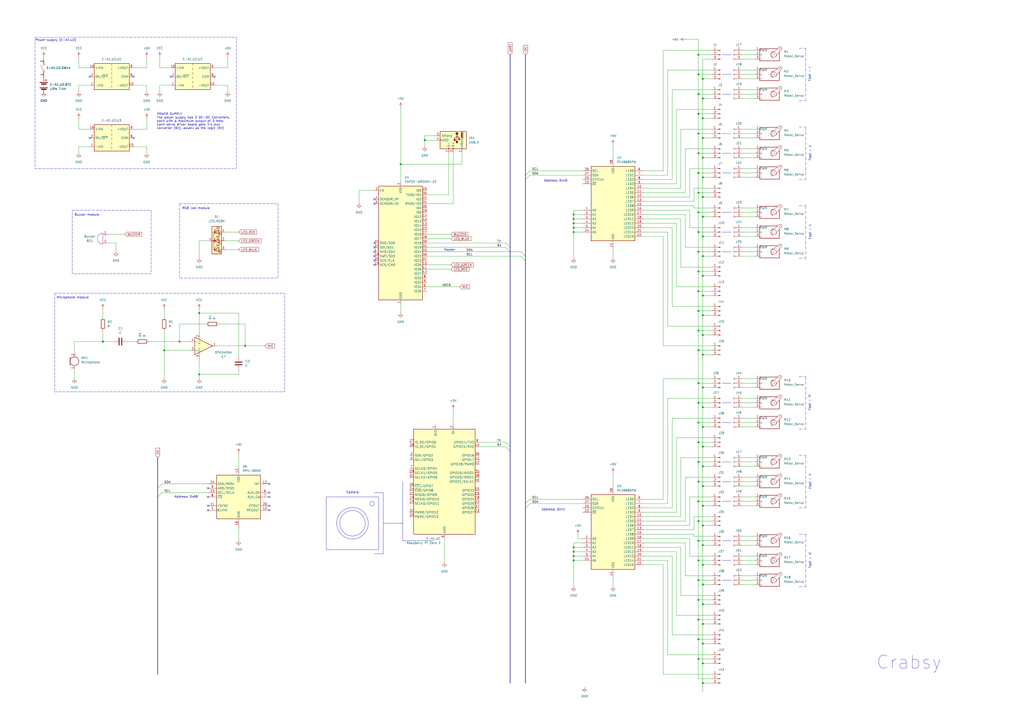
<source format=kicad_sch>
(kicad_sch (version 20231120) (generator "eeschema") (generator_version "8.0")
  (paper "A2")
  (title_block (title "Crabsy Electronics") (date "2025-05-22") (rev "0.2.0") (company "ZVV2"))
  (junction (at 142.24 200.66))
  (junction (at 332.74 325.12))
  (junction (at 405.13 382.27))
  (junction (at 332.74 124.46))
  (junction (at 407.67 259.08))
  (junction (at 407.67 236.22))
  (junction (at 405.13 43.18))
  (junction (at 407.67 396.24))
  (junction (at 407.67 247.65))
  (junction (at 405.13 203.2))
  (junction (at 407.67 205.74))
  (junction (at 405.13 336.55))
  (junction (at 405.13 325.12))
  (junction (at 405.13 77.47))
  (junction (at 405.13 100.33))
  (junction (at 407.67 125.73))
  (junction (at 407.67 373.38))
  (junction (at 407.67 316.23))
  (junction (at 405.13 302.26))
  (junction (at 405.13 359.41))
  (junction (at 115.57 181.61))
  (junction (at 407.67 194.31))
  (junction (at 405.13 111.76))
  (junction (at 115.57 217.17))
  (junction (at 405.13 256.54))
  (junction (at 332.74 127))
  (junction (at 405.13 31.75))
  (junction (at 407.67 68.58))
  (junction (at 95.25 203.2))
  (junction (at 104.14 198.12))
  (junction (at 246.38 81.28))
  (junction (at 407.67 350.52))
  (junction (at 405.13 66.04))
  (junction (at 332.74 134.62))
  (junction (at 405.13 290.83))
  (junction (at 405.13 123.19))
  (junction (at 407.67 57.15))
  (junction (at 407.67 102.87))
  (junction (at 407.67 137.16))
  (junction (at 405.13 245.11))
  (junction (at 407.67 171.45))
  (junction (at 405.13 180.34))
  (junction (at 407.67 304.8))
  (junction (at 407.67 160.02))
  (junction (at 405.13 233.68))
  (junction (at 405.13 157.48))
  (junction (at 405.13 146.05))
  (junction (at 407.67 114.3))
  (junction (at 407.67 339.09))
  (junction (at 332.74 322.58))
  (junction (at 405.13 88.9))
  (junction (at 332.74 320.04))
  (junction (at 405.13 279.4))
  (junction (at 332.74 317.5))
  (junction (at 405.13 134.62))
  (junction (at 407.67 80.01))
  (junction (at 405.13 370.84))
  (junction (at 407.67 91.44))
  (junction (at 407.67 224.79))
  (junction (at 405.13 222.25))
  (junction (at 59.69 198.12))
  (junction (at 332.74 129.54))
  (junction (at 407.67 293.37))
  (junction (at 405.13 267.97))
  (junction (at 405.13 191.77))
  (junction (at 405.13 168.91))
  (junction (at 407.67 270.51))
  (junction (at 405.13 54.61))
  (junction (at 407.67 384.81))
  (junction (at 407.67 281.94))
  (junction (at 407.67 327.66))
  (junction (at 407.67 148.59))
  (junction (at 407.67 182.88))
  (junction (at 407.67 361.95))
  (junction (at 405.13 347.98))
  (junction (at 332.74 132.08))
  (junction (at 407.67 45.72))
  (junction (at 232.41 95.25))
  (junction (at 405.13 313.69))
  (no_connect (at 217.17 140.97))
  (no_connect (at 52.07 44.45))
  (no_connect (at 156.21 295.91))
  (no_connect (at 217.17 151.13))
  (no_connect (at 217.17 146.05))
  (no_connect (at 52.07 80.01))
  (no_connect (at 120.65 295.91))
  (no_connect (at 217.17 118.11))
  (no_connect (at 77.47 44.45))
  (no_connect (at 77.47 80.01))
  (no_connect (at 217.17 115.57))
  (no_connect (at 217.17 143.51))
  (no_connect (at 99.06 44.45))
  (no_connect (at 156.21 280.67))
  (no_connect (at 156.21 288.29))
  (no_connect (at 217.17 153.67))
  (no_connect (at 156.21 285.75))
  (no_connect (at 120.65 293.37))
  (no_connect (at 217.17 148.59))
  (no_connect (at 156.21 293.37))
  (no_connect (at 120.65 283.21))
  (no_connect (at 120.65 288.29))
  (no_connect (at 124.46 44.45))
  (bus_entry (at 293.37 259.08) (size 2.54 2.54))
  (bus_entry (at 293.37 256.54) (size 2.54 2.54))
  (bus_entry (at 304.8 101.6) (size 2.54 -2.54))
  (bus_entry (at 302.26 146.05) (size 2.54 2.54))
  (bus_entry (at 304.8 292.1) (size 2.54 -2.54))
  (bus_entry (at 293.37 143.51) (size 2.54 2.54))
  (bus_entry (at 91.44 288.29) (size 2.54 -2.54))
  (bus_entry (at 304.8 294.64) (size 2.54 -2.54))
  (bus_entry (at 91.44 283.21) (size 2.54 -2.54))
  (bus_entry (at 293.37 140.97) (size 2.54 2.54))
  (bus_entry (at 304.8 104.14) (size 2.54 -2.54))
  (bus_entry (at 302.26 148.59) (size 2.54 2.54))
  (polyline (pts (xy 217.17 285.75) (xy 222.25 285.75)))
  (wire (pts (xy 115.57 181.61) (xy 115.57 193.04)))
  (wire (pts (xy 407.67 114.3) (xy 412.75 114.3)))
  (wire (pts (xy 405.13 267.97) (xy 405.13 279.4)))
  (wire (pts (xy 405.13 279.4) (xy 412.75 279.4)))
  (wire (pts (xy 246.38 81.28) (xy 246.38 85.09)))
  (wire (pts (xy 208.28 110.49) (xy 217.17 110.49)))
  (wire (pts (xy 402.59 119.38) (xy 402.59 120.65)))
  (wire (pts (xy 405.13 336.55) (xy 405.13 347.98)))
  (wire (pts (xy 278.13 259.08) (xy 293.37 259.08)))
  (wire (pts (xy 430.53 45.72) (xy 438.15 45.72)))
  (wire (pts (xy 405.13 290.83) (xy 412.75 290.83)))
  (wire (pts (xy 407.67 304.8) (xy 407.67 293.37)))
  (wire (pts (xy 247.65 143.51) (xy 293.37 143.51)))
  (wire (pts (xy 400.05 312.42) (xy 400.05 322.58)))
  (wire (pts (xy 405.13 77.47) (xy 412.75 77.47)))
  (wire (pts (xy 45.72 49.53) (xy 52.07 49.53)))
  (polyline (pts (xy 419.1 134.62) (xy 424.18 134.62)))
  (wire (pts (xy 405.13 22.86) (xy 405.13 31.75)))
  (polyline (pts (xy 419.1 146.05) (xy 424.18 146.05)))
  (wire (pts (xy 337.82 121.92) (xy 332.74 121.92)))
  (wire (pts (xy 405.13 245.11) (xy 405.13 256.54)))
  (bus (pts (xy 295.91 31.75) (xy 295.91 143.51)))
  (wire (pts (xy 405.13 203.2) (xy 405.13 222.25)))
  (wire (pts (xy 430.53 276.86) (xy 438.15 276.86)))
  (wire (pts (xy 407.67 45.72) (xy 407.67 34.29)))
  (wire (pts (xy 332.74 129.54) (xy 337.82 129.54)))
  (wire (pts (xy 130.81 139.7) (xy 138.43 139.7)))
  (wire (pts (xy 402.59 120.65) (xy 412.75 120.65)))
  (polyline (pts (xy 463.55 149.86) (xy 467.36 149.86)) (stroke (width 0) (type dash_dot)))
  (wire (pts (xy 232.41 95.25) (xy 232.41 105.41)))
  (wire (pts (xy 387.35 325.12) (xy 387.35 379.73)))
  (wire (pts (xy 405.13 77.47) (xy 405.13 88.9)))
  (wire (pts (xy 407.67 182.88) (xy 412.75 182.88)))
  (wire (pts (xy 402.59 307.34) (xy 402.59 299.72)))
  (wire (pts (xy 430.53 80.01) (xy 438.15 80.01)))
  (wire (pts (xy 387.35 134.62) (xy 387.35 189.23)))
  (wire (pts (xy 332.74 132.08) (xy 332.74 134.62)))
  (wire (pts (xy 332.74 134.62) (xy 332.74 149.86)))
  (wire (pts (xy 93.98 285.75) (xy 120.65 285.75)))
  (wire (pts (xy 373.38 289.56) (xy 384.81 289.56)))
  (wire (pts (xy 43.18 214.63) (xy 43.18 219.71)))
  (wire (pts (xy 392.43 320.04) (xy 392.43 356.87)))
  (wire (pts (xy 232.41 62.23) (xy 232.41 95.25)))
  (wire (pts (xy 95.25 191.77) (xy 95.25 203.2)))
  (wire (pts (xy 407.67 327.66) (xy 407.67 316.23)))
  (wire (pts (xy 247.65 135.89) (xy 261.62 135.89)))
  (wire (pts (xy 405.13 168.91) (xy 412.75 168.91)))
  (wire (pts (xy 405.13 279.4) (xy 405.13 290.83)))
  (polyline (pts (xy 419.1 313.69) (xy 424.18 313.69)))
  (wire (pts (xy 405.13 313.69) (xy 412.75 313.69)))
  (wire (pts (xy 394.97 109.22) (xy 394.97 74.93)))
  (wire (pts (xy 115.57 179.07) (xy 115.57 181.61)))
  (wire (pts (xy 45.72 85.09) (xy 52.07 85.09)))
  (polyline (pts (xy 463.55 218.44) (xy 467.36 218.44)) (stroke (width 0) (type dash_dot)))
  (wire (pts (xy 257.81 312.42) (xy 257.81 326.39)))
  (wire (pts (xy 407.67 45.72) (xy 412.75 45.72)))
  (wire (pts (xy 405.13 336.55) (xy 412.75 336.55)))
  (polyline (pts (xy 419.1 222.25) (xy 424.18 222.25)))
  (polyline (pts (xy 463.55 73.66) (xy 467.36 73.66)) (stroke (width 0) (type dash_dot)))
  (wire (pts (xy 407.67 384.81) (xy 412.75 384.81)))
  (wire (pts (xy 405.13 256.54) (xy 405.13 267.97)))
  (polyline (pts (xy 467.36 119.38) (xy 467.36 149.86)) (stroke (width 0) (type dash_dot)))
  (wire (pts (xy 400.05 132.08) (xy 412.75 132.08)))
  (wire (pts (xy 402.59 116.84) (xy 402.59 109.22)))
  (wire (pts (xy 430.53 219.71) (xy 438.15 219.71)))
  (wire (pts (xy 246.38 81.28) (xy 252.73 81.28)))
  (wire (pts (xy 387.35 40.64) (xy 412.75 40.64)))
  (wire (pts (xy 43.18 198.12) (xy 59.69 198.12)))
  (wire (pts (xy 405.13 54.61) (xy 405.13 66.04)))
  (wire (pts (xy 407.67 160.02) (xy 412.75 160.02)))
  (wire (pts (xy 407.67 171.45) (xy 412.75 171.45)))
  (wire (pts (xy 405.13 66.04) (xy 412.75 66.04)))
  (wire (pts (xy 394.97 345.44) (xy 412.75 345.44)))
  (wire (pts (xy 405.13 290.83) (xy 405.13 302.26)))
  (wire (pts (xy 405.13 370.84) (xy 405.13 382.27)))
  (wire (pts (xy 407.67 91.44) (xy 412.75 91.44)))
  (wire (pts (xy 407.67 373.38) (xy 412.75 373.38)))
  (wire (pts (xy 389.89 368.3) (xy 412.75 368.3)))
  (wire (pts (xy 407.67 259.08) (xy 407.67 247.65)))
  (polyline (pts (xy 463.55 58.42) (xy 467.36 58.42)) (stroke (width 0) (type dash_dot)))
  (wire (pts (xy 332.74 127) (xy 332.74 129.54)))
  (wire (pts (xy 373.38 309.88) (xy 402.59 309.88)))
  (wire (pts (xy 85.09 85.09) (xy 77.47 85.09)))
  (wire (pts (xy 430.53 242.57) (xy 438.15 242.57)))
  (wire (pts (xy 387.35 101.6) (xy 387.35 40.64)))
  (wire (pts (xy 332.74 124.46) (xy 332.74 127)))
  (wire (pts (xy 387.35 379.73) (xy 412.75 379.73)))
  (wire (pts (xy 373.38 322.58) (xy 389.89 322.58)))
  (wire (pts (xy 332.74 121.92) (xy 332.74 124.46)))
  (wire (pts (xy 430.53 313.69) (xy 438.15 313.69)))
  (wire (pts (xy 405.13 43.18) (xy 405.13 54.61)))
  (wire (pts (xy 405.13 100.33) (xy 412.75 100.33)))
  (wire (pts (xy 59.69 198.12) (xy 66.04 198.12)))
  (wire (pts (xy 208.28 118.11) (xy 208.28 110.49)))
  (wire (pts (xy 400.05 288.29) (xy 412.75 288.29)))
  (wire (pts (xy 430.53 86.36) (xy 438.15 86.36)))
  (wire (pts (xy 407.67 361.95) (xy 412.75 361.95)))
  (wire (pts (xy 86.36 198.12) (xy 104.14 198.12)))
  (wire (pts (xy 405.13 347.98) (xy 412.75 347.98)))
  (wire (pts (xy 394.97 317.5) (xy 394.97 345.44)))
  (wire (pts (xy 25.4 54.61) (xy 25.4 53.34)))
  (wire (pts (xy 407.67 137.16) (xy 412.75 137.16)))
  (wire (pts (xy 407.67 236.22) (xy 412.75 236.22)))
  (wire (pts (xy 405.13 146.05) (xy 405.13 157.48)))
  (wire (pts (xy 407.67 194.31) (xy 407.67 182.88)))
  (polyline (pts (xy 463.55 248.92) (xy 467.36 248.92)) (stroke (width 0) (type dash_dot)))
  (wire (pts (xy 407.67 224.79) (xy 412.75 224.79)))
  (wire (pts (xy 407.67 247.65) (xy 412.75 247.65)))
  (wire (pts (xy 384.81 200.66) (xy 412.75 200.66)))
  (wire (pts (xy 307.34 99.06) (xy 337.82 99.06)))
  (wire (pts (xy 232.41 176.53) (xy 232.41 181.61)))
  (wire (pts (xy 45.72 68.58) (xy 45.72 74.93)))
  (wire (pts (xy 407.67 34.29) (xy 412.75 34.29)))
  (polyline (pts (xy 463.55 294.64) (xy 467.36 294.64)) (stroke (width 0) (type dash_dot)))
  (wire (pts (xy 394.97 299.72) (xy 394.97 265.43)))
  (wire (pts (xy 138.43 217.17) (xy 115.57 217.17)))
  (wire (pts (xy 430.53 148.59) (xy 438.15 148.59)))
  (wire (pts (xy 405.13 325.12) (xy 412.75 325.12)))
  (wire (pts (xy 430.53 134.62) (xy 438.15 134.62)))
  (bus (pts (xy 91.44 265.43) (xy 91.44 283.21)))
  (wire (pts (xy 400.05 322.58) (xy 412.75 322.58)))
  (wire (pts (xy 373.38 111.76) (xy 397.51 111.76)))
  (wire (pts (xy 430.53 125.73) (xy 438.15 125.73)))
  (wire (pts (xy 407.67 102.87) (xy 412.75 102.87)))
  (polyline (pts (xy 419.1 336.55) (xy 424.18 336.55)))
  (wire (pts (xy 397.51 86.36) (xy 412.75 86.36)))
  (wire (pts (xy 384.81 29.21) (xy 412.75 29.21)))
  (wire (pts (xy 407.67 401.32) (xy 407.67 396.24)))
  (wire (pts (xy 95.25 203.2) (xy 95.25 219.71)))
  (wire (pts (xy 407.67 350.52) (xy 407.67 339.09)))
  (wire (pts (xy 373.38 121.92) (xy 400.05 121.92)))
  (wire (pts (xy 332.74 129.54) (xy 332.74 132.08)))
  (wire (pts (xy 430.53 31.75) (xy 438.15 31.75)))
  (wire (pts (xy 405.13 43.18) (xy 412.75 43.18)))
  (wire (pts (xy 407.67 281.94) (xy 412.75 281.94)))
  (wire (pts (xy 125.73 200.66) (xy 142.24 200.66)))
  (wire (pts (xy 43.18 204.47) (xy 43.18 198.12)))
  (polyline (pts (xy 467.36 264.16) (xy 467.36 294.64)) (stroke (width 0) (type dash_dot)))
  (wire (pts (xy 405.13 134.62) (xy 405.13 146.05)))
  (wire (pts (xy 405.13 267.97) (xy 412.75 267.97)))
  (wire (pts (xy 85.09 49.53) (xy 77.47 49.53)))
  (polyline (pts (xy 463.55 104.14) (xy 467.36 104.14)) (stroke (width 0) (type dash_dot)))
  (wire (pts (xy 262.89 88.9) (xy 262.89 118.11)))
  (wire (pts (xy 130.81 144.78) (xy 138.43 144.78)))
  (wire (pts (xy 373.38 317.5) (xy 394.97 317.5)))
  (wire (pts (xy 142.24 200.66) (xy 153.67 200.66)))
  (wire (pts (xy 373.38 325.12) (xy 387.35 325.12)))
  (wire (pts (xy 132.08 39.37) (xy 132.08 33.02)))
  (wire (pts (xy 373.38 307.34) (xy 402.59 307.34)))
  (wire (pts (xy 373.38 320.04) (xy 392.43 320.04)))
  (wire (pts (xy 92.71 49.53) (xy 99.06 49.53)))
  (wire (pts (xy 405.13 203.2) (xy 412.75 203.2)))
  (wire (pts (xy 95.25 179.07) (xy 95.25 184.15)))
  (wire (pts (xy 430.53 281.94) (xy 438.15 281.94)))
  (wire (pts (xy 407.67 361.95) (xy 407.67 350.52)))
  (wire (pts (xy 392.43 254) (xy 412.75 254)))
  (wire (pts (xy 138.43 214.63) (xy 138.43 217.17)))
  (wire (pts (xy 67.31 140.97) (xy 62.23 140.97)))
  (wire (pts (xy 397.51 143.51) (xy 412.75 143.51)))
  (wire (pts (xy 373.38 124.46) (xy 397.51 124.46)))
  (polyline (pts (xy 419.1 43.18) (xy 424.18 43.18)))
  (wire (pts (xy 430.53 29.21) (xy 438.15 29.21)))
  (wire (pts (xy 405.13 347.98) (xy 405.13 359.41)))
  (bus (pts (xy 295.91 146.05) (xy 295.91 259.08)))
  (wire (pts (xy 332.74 325.12) (xy 332.74 340.36)))
  (wire (pts (xy 430.53 43.18) (xy 438.15 43.18)))
  (wire (pts (xy 430.53 236.22) (xy 438.15 236.22)))
  (wire (pts (xy 373.38 106.68) (xy 392.43 106.68)))
  (wire (pts (xy 402.59 311.15) (xy 412.75 311.15)))
  (wire (pts (xy 384.81 327.66) (xy 384.81 391.16)))
  (wire (pts (xy 138.43 306.07) (xy 138.43 313.69)))
  (wire (pts (xy 405.13 222.25) (xy 405.13 233.68)))
  (bus (pts (xy 295.91 259.08) (xy 295.91 261.62)))
  (wire (pts (xy 405.13 313.69) (xy 405.13 325.12)))
  (wire (pts (xy 115.57 149.86) (xy 115.57 139.7)))
  (wire (pts (xy 92.71 33.02) (xy 92.71 39.37)))
  (wire (pts (xy 430.53 339.09) (xy 438.15 339.09)))
  (polyline (pts (xy 217.17 321.31) (xy 222.25 321.31)))
  (wire (pts (xy 405.13 382.27) (xy 405.13 393.7)))
  (polyline (pts (xy 222.25 285.75) (xy 222.25 321.31)))
  (wire (pts (xy 124.46 39.37) (xy 132.08 39.37)))
  (wire (pts (xy 45.72 33.02) (xy 45.72 39.37)))
  (wire (pts (xy 392.43 106.68) (xy 392.43 63.5)))
  (wire (pts (xy 405.13 100.33) (xy 405.13 111.76)))
  (polyline (pts (xy 463.55 340.36) (xy 467.36 340.36)) (stroke (width 0) (type dash_dot)))
  (wire (pts (xy 407.67 396.24) (xy 407.67 384.81)))
  (bus (pts (xy 304.8 148.59) (xy 304.8 151.13)))
  (wire (pts (xy 405.13 168.91) (xy 405.13 180.34)))
  (wire (pts (xy 85.09 88.9) (xy 85.09 85.09)))
  (wire (pts (xy 402.59 109.22) (xy 412.75 109.22)))
  (wire (pts (xy 430.53 143.51) (xy 438.15 143.51)))
  (polyline (pts (xy 419.1 100.33) (xy 424.18 100.33)))
  (wire (pts (xy 389.89 52.07) (xy 412.75 52.07)))
  (polyline (pts (xy 463.55 27.94) (xy 467.36 27.94)) (stroke (width 0) (type dash_dot)))
  (wire (pts (xy 332.74 134.62) (xy 337.82 134.62)))
  (polyline (pts (xy 419.1 290.83) (xy 424.18 290.83)))
  (wire (pts (xy 246.38 78.74) (xy 252.73 78.74)))
  (wire (pts (xy 407.67 125.73) (xy 407.67 114.3)))
  (wire (pts (xy 407.67 316.23) (xy 412.75 316.23)))
  (wire (pts (xy 115.57 217.17) (xy 115.57 219.71)))
  (wire (pts (xy 405.13 191.77) (xy 405.13 203.2)))
  (wire (pts (xy 392.43 166.37) (xy 412.75 166.37)))
  (wire (pts (xy 430.53 316.23) (xy 438.15 316.23)))
  (wire (pts (xy 85.09 39.37) (xy 85.09 33.02)))
  (wire (pts (xy 332.74 322.58) (xy 332.74 325.12)))
  (wire (pts (xy 430.53 100.33) (xy 438.15 100.33)))
  (wire (pts (xy 430.53 336.55) (xy 438.15 336.55)))
  (wire (pts (xy 400.05 114.3) (xy 400.05 97.79)))
  (wire (pts (xy 355.6 335.28) (xy 355.6 340.36)))
  (wire (pts (xy 405.13 302.26) (xy 405.13 313.69)))
  (wire (pts (xy 407.67 125.73) (xy 412.75 125.73)))
  (wire (pts (xy 430.53 57.15) (xy 438.15 57.15)))
  (wire (pts (xy 407.67 259.08) (xy 412.75 259.08)))
  (wire (pts (xy 332.74 132.08) (xy 337.82 132.08)))
  (polyline (pts (xy 467.36 73.66) (xy 467.36 104.14)) (stroke (width 0) (type dash_dot)))
  (wire (pts (xy 407.67 80.01) (xy 412.75 80.01)))
  (wire (pts (xy 407.67 114.3) (xy 407.67 102.87)))
  (wire (pts (xy 407.67 205.74) (xy 407.67 224.79)))
  (wire (pts (xy 430.53 77.47) (xy 438.15 77.47)))
  (wire (pts (xy 387.35 189.23) (xy 412.75 189.23)))
  (wire (pts (xy 407.67 57.15) (xy 407.67 45.72)))
  (wire (pts (xy 384.81 219.71) (xy 412.75 219.71)))
  (wire (pts (xy 373.38 304.8) (xy 400.05 304.8)))
  (wire (pts (xy 247.65 138.43) (xy 261.62 138.43)))
  (wire (pts (xy 407.67 148.59) (xy 412.75 148.59)))
  (wire (pts (xy 430.53 231.14) (xy 438.15 231.14)))
  (wire (pts (xy 45.72 53.34) (xy 45.72 49.53)))
  (wire (pts (xy 430.53 52.07) (xy 438.15 52.07)))
  (polyline (pts (xy 463.55 264.16) (xy 467.36 264.16)) (stroke (width 0) (type dash_dot)))
  (wire (pts (xy 355.6 144.78) (xy 355.6 149.86)))
  (wire (pts (xy 373.38 134.62) (xy 387.35 134.62)))
  (wire (pts (xy 59.69 179.07) (xy 59.69 184.15)))
  (wire (pts (xy 262.89 237.49) (xy 262.89 246.38)))
  (wire (pts (xy 407.67 247.65) (xy 407.67 236.22)))
  (wire (pts (xy 247.65 166.37) (xy 266.7 166.37)))
  (wire (pts (xy 407.67 339.09) (xy 407.67 327.66)))
  (wire (pts (xy 430.53 270.51) (xy 438.15 270.51)))
  (wire (pts (xy 407.67 205.74) (xy 412.75 205.74)))
  (wire (pts (xy 332.74 127) (xy 337.82 127)))
  (wire (pts (xy 405.13 359.41) (xy 412.75 359.41)))
  (wire (pts (xy 389.89 242.57) (xy 412.75 242.57)))
  (wire (pts (xy 373.38 119.38) (xy 402.59 119.38)))
  (wire (pts (xy 373.38 299.72) (xy 394.97 299.72)))
  (wire (pts (xy 332.74 320.04) (xy 332.74 322.58)))
  (bus (pts (xy 304.8 104.14) (xy 304.8 148.59)))
  (wire (pts (xy 407.67 194.31) (xy 412.75 194.31)))
  (wire (pts (xy 430.53 311.15) (xy 438.15 311.15)))
  (wire (pts (xy 407.67 102.87) (xy 407.67 91.44)))
  (wire (pts (xy 405.13 191.77) (xy 412.75 191.77)))
  (wire (pts (xy 394.97 154.94) (xy 412.75 154.94)))
  (wire (pts (xy 373.38 302.26) (xy 397.51 302.26)))
  (wire (pts (xy 405.13 66.04) (xy 405.13 77.47)))
  (wire (pts (xy 332.74 320.04) (xy 337.82 320.04)))
  (wire (pts (xy 405.13 31.75) (xy 405.13 43.18)))
  (wire (pts (xy 394.97 265.43) (xy 412.75 265.43)))
  (wire (pts (xy 430.53 334.01) (xy 438.15 334.01)))
  (wire (pts (xy 405.13 88.9) (xy 412.75 88.9)))
  (wire (pts (xy 373.38 132.08) (xy 389.89 132.08)))
  (wire (pts (xy 400.05 121.92) (xy 400.05 132.08)))
  (wire (pts (xy 132.08 49.53) (xy 124.46 49.53)))
  (wire (pts (xy 373.38 137.16) (xy 384.81 137.16)))
  (wire (pts (xy 430.53 137.16) (xy 438.15 137.16)))
  (wire (pts (xy 430.53 123.19) (xy 438.15 123.19)))
  (wire (pts (xy 397.51 276.86) (xy 412.75 276.86)))
  (wire (pts (xy 355.6 274.32) (xy 355.6 281.94)))
  (polyline (pts (xy 419.1 123.19) (xy 424.18 123.19)))
  (wire (pts (xy 373.38 292.1) (xy 387.35 292.1)))
  (wire (pts (xy 407.67 182.88) (xy 407.67 171.45)))
  (wire (pts (xy 405.13 157.48) (xy 405.13 168.91)))
  (wire (pts (xy 92.71 53.34) (xy 92.71 49.53)))
  (polyline (pts (xy 419.1 325.12) (xy 424.18 325.12)))
  (bus (pts (xy 304.8 292.1) (xy 304.8 294.64)))
  (wire (pts (xy 430.53 146.05) (xy 438.15 146.05)))
  (wire (pts (xy 430.53 132.08) (xy 438.15 132.08)))
  (wire (pts (xy 247.65 140.97) (xy 293.37 140.97)))
  (polyline (pts (xy 419.1 245.11) (xy 424.18 245.11)))
  (wire (pts (xy 384.81 391.16) (xy 412.75 391.16)))
  (wire (pts (xy 405.13 370.84) (xy 412.75 370.84)))
  (wire (pts (xy 389.89 104.14) (xy 389.89 52.07)))
  (wire (pts (xy 405.13 233.68) (xy 405.13 245.11)))
  (wire (pts (xy 407.67 270.51) (xy 407.67 259.08)))
  (wire (pts (xy 402.59 309.88) (xy 402.59 311.15)))
  (polyline (pts (xy 419.1 77.47) (xy 424.18 77.47)))
  (wire (pts (xy 402.59 299.72) (xy 412.75 299.72)))
  (wire (pts (xy 332.74 325.12) (xy 337.82 325.12)))
  (wire (pts (xy 392.43 129.54) (xy 392.43 166.37)))
  (wire (pts (xy 430.53 54.61) (xy 438.15 54.61)))
  (wire (pts (xy 407.67 373.38) (xy 407.67 361.95)))
  (wire (pts (xy 407.67 160.02) (xy 407.67 148.59)))
  (wire (pts (xy 407.67 270.51) (xy 412.75 270.51)))
  (wire (pts (xy 45.72 74.93) (xy 52.07 74.93)))
  (wire (pts (xy 389.89 322.58) (xy 389.89 368.3)))
  (wire (pts (xy 59.69 191.77) (xy 59.69 198.12)))
  (wire (pts (xy 405.13 123.19) (xy 405.13 134.62)))
  (wire (pts (xy 407.67 205.74) (xy 407.67 194.31)))
  (wire (pts (xy 430.53 74.93) (xy 438.15 74.93)))
  (wire (pts (xy 247.65 153.67) (xy 261.62 153.67)))
  (wire (pts (xy 397.51 334.01) (xy 412.75 334.01)))
  (wire (pts (xy 138.43 207.01) (xy 138.43 181.61)))
  (wire (pts (xy 335.28 312.42) (xy 337.82 312.42)))
  (wire (pts (xy 407.67 171.45) (xy 407.67 160.02)))
  (wire (pts (xy 373.38 314.96) (xy 397.51 314.96)))
  (wire (pts (xy 430.53 222.25) (xy 438.15 222.25)))
  (polyline (pts (xy 463.55 309.88) (xy 467.36 309.88)) (stroke (width 0) (type dash_dot)))
  (bus (pts (xy 91.44 283.21) (xy 91.44 288.29)))
  (polyline (pts (xy 467.36 218.44) (xy 467.36 248.92)) (stroke (width 0) (type dash_dot)))
  (wire (pts (xy 430.53 245.11) (xy 438.15 245.11)))
  (wire (pts (xy 62.23 135.89) (xy 72.39 135.89)))
  (wire (pts (xy 405.13 256.54) (xy 412.75 256.54)))
  (wire (pts (xy 407.67 293.37) (xy 407.67 281.94)))
  (bus (pts (xy 304.8 294.64) (xy 304.8 396.24)))
  (wire (pts (xy 405.13 180.34) (xy 405.13 191.77)))
  (wire (pts (xy 77.47 74.93) (xy 85.09 74.93)))
  (wire (pts (xy 45.72 39.37) (xy 52.07 39.37)))
  (wire (pts (xy 232.41 95.25) (xy 267.97 95.25)))
  (wire (pts (xy 373.38 127) (xy 394.97 127)))
  (wire (pts (xy 246.38 81.28) (xy 246.38 78.74)))
  (wire (pts (xy 405.13 123.19) (xy 412.75 123.19)))
  (wire (pts (xy 262.89 118.11) (xy 247.65 118.11)))
  (wire (pts (xy 405.13 393.7) (xy 412.75 393.7)))
  (wire (pts (xy 373.38 116.84) (xy 402.59 116.84)))
  (wire (pts (xy 405.13 245.11) (xy 412.75 245.11)))
  (wire (pts (xy 332.74 314.96) (xy 332.74 317.5)))
  (wire (pts (xy 430.53 40.64) (xy 438.15 40.64)))
  (wire (pts (xy 389.89 132.08) (xy 389.89 177.8)))
  (wire (pts (xy 430.53 267.97) (xy 438.15 267.97)))
  (wire (pts (xy 295.91 146.05) (xy 302.26 146.05)))
  (wire (pts (xy 405.13 222.25) (xy 412.75 222.25)))
  (wire (pts (xy 407.67 236.22) (xy 407.67 224.79)))
  (wire (pts (xy 384.81 99.06) (xy 384.81 29.21)))
  (wire (pts (xy 73.66 198.12) (xy 78.74 198.12)))
  (polyline (pts (xy 419.1 233.68) (xy 424.18 233.68)))
  (wire (pts (xy 397.51 314.96) (xy 397.51 334.01)))
  (wire (pts (xy 407.67 148.59) (xy 407.67 137.16)))
  (wire (pts (xy 430.53 293.37) (xy 438.15 293.37)))
  (wire (pts (xy 373.38 327.66) (xy 384.81 327.66)))
  (polyline (pts (xy 419.1 31.75) (xy 424.18 31.75)))
  (wire (pts (xy 387.35 292.1) (xy 387.35 231.14)))
  (wire (pts (xy 430.53 91.44) (xy 438.15 91.44)))
  (wire (pts (xy 104.14 198.12) (xy 110.49 198.12)))
  (wire (pts (xy 392.43 297.18) (xy 392.43 254)))
  (bus (pts (xy 295.91 143.51) (xy 295.91 146.05)))
  (wire (pts (xy 405.13 233.68) (xy 412.75 233.68)))
  (wire (pts (xy 430.53 88.9) (xy 438.15 88.9)))
  (wire (pts (xy 405.13 302.26) (xy 412.75 302.26)))
  (wire (pts (xy 430.53 120.65) (xy 438.15 120.65)))
  (wire (pts (xy 405.13 325.12) (xy 405.13 336.55)))
  (wire (pts (xy 373.38 312.42) (xy 400.05 312.42)))
  (wire (pts (xy 405.13 54.61) (xy 412.75 54.61)))
  (wire (pts (xy 407.67 350.52) (xy 412.75 350.52)))
  (wire (pts (xy 373.38 297.18) (xy 392.43 297.18)))
  (wire (pts (xy 77.47 39.37) (xy 85.09 39.37)))
  (wire (pts (xy 247.65 156.21) (xy 261.62 156.21)))
  (wire (pts (xy 307.34 292.1) (xy 337.82 292.1)))
  (wire (pts (xy 132.08 53.34) (xy 132.08 49.53)))
  (wire (pts (xy 430.53 97.79) (xy 438.15 97.79)))
  (wire (pts (xy 373.38 129.54) (xy 392.43 129.54)))
  (wire (pts (xy 104.14 198.12) (xy 104.14 187.96)))
  (wire (pts (xy 138.43 181.61) (xy 115.57 181.61)))
  (wire (pts (xy 138.43 262.89) (xy 138.43 270.51)))
  (wire (pts (xy 430.53 34.29) (xy 438.15 34.29)))
  (wire (pts (xy 267.97 95.25) (xy 267.97 88.9)))
  (wire (pts (xy 260.35 88.9) (xy 260.35 113.03)))
  (wire (pts (xy 278.13 256.54) (xy 293.37 256.54)))
  (wire (pts (xy 405.13 111.76) (xy 405.13 123.19)))
  (wire (pts (xy 407.67 281.94) (xy 407.67 270.51)))
  (wire (pts (xy 355.6 83.82) (xy 355.6 91.44)))
  (bus (pts (xy 91.44 288.29) (xy 91.44 391.16)))
  (wire (pts (xy 332.74 317.5) (xy 337.82 317.5)))
  (wire (pts (xy 405.13 157.48) (xy 412.75 157.48)))
  (wire (pts (xy 407.67 68.58) (xy 407.67 57.15)))
  (wire (pts (xy 407.67 80.01) (xy 407.67 68.58)))
  (wire (pts (xy 430.53 325.12) (xy 438.15 325.12)))
  (polyline (pts (xy 233.68 279.4) (xy 233.68 313.69)))
  (wire (pts (xy 430.53 102.87) (xy 438.15 102.87)))
  (wire (pts (xy 430.53 279.4) (xy 438.15 279.4)))
  (wire (pts (xy 130.81 134.62) (xy 138.43 134.62)))
  (wire (pts (xy 373.38 101.6) (xy 387.35 101.6)))
  (wire (pts (xy 430.53 265.43) (xy 438.15 265.43)))
  (wire (pts (xy 332.74 322.58) (xy 337.82 322.58)))
  (wire (pts (xy 407.67 91.44) (xy 407.67 80.01)))
  (wire (pts (xy 405.13 111.76) (xy 412.75 111.76)))
  (wire (pts (xy 397.51 124.46) (xy 397.51 143.51)))
  (wire (pts (xy 407.67 293.37) (xy 412.75 293.37)))
  (wire (pts (xy 407.67 327.66) (xy 412.75 327.66)))
  (wire (pts (xy 430.53 224.79) (xy 438.15 224.79)))
  (wire (pts (xy 397.51 302.26) (xy 397.51 276.86)))
  (wire (pts (xy 247.65 148.59) (xy 302.26 148.59)))
  (wire (pts (xy 430.53 322.58) (xy 438.15 322.58)))
  (wire (pts (xy 405.13 359.41) (xy 405.13 370.84)))
  (wire (pts (xy 127 187.96) (xy 142.24 187.96)))
  (wire (pts (xy 307.34 289.56) (xy 337.82 289.56)))
  (polyline (pts (xy 467.36 27.94) (xy 467.36 58.42)) (stroke (width 0) (type dash_dot)))
  (wire (pts (xy 397.51 22.86) (xy 405.13 22.86)))
  (wire (pts (xy 407.67 396.24) (xy 412.75 396.24)))
  (polyline (pts (xy 467.36 309.88) (xy 467.36 340.36)) (stroke (width 0) (type dash_dot)))
  (wire (pts (xy 389.89 294.64) (xy 389.89 242.57)))
  (wire (pts (xy 307.34 101.6) (xy 337.82 101.6)))
  (wire (pts (xy 384.81 137.16) (xy 384.81 200.66)))
  (wire (pts (xy 430.53 233.68) (xy 438.15 233.68)))
  (wire (pts (xy 93.98 280.67) (xy 120.65 280.67)))
  (wire (pts (xy 332.74 317.5) (xy 332.74 320.04)))
  (wire (pts (xy 247.65 146.05) (xy 295.91 146.05)))
  (wire (pts (xy 430.53 288.29) (xy 438.15 288.29)))
  (bus (pts (xy 304.8 101.6) (xy 304.8 104.14)))
  (wire (pts (xy 373.38 294.64) (xy 389.89 294.64)))
  (wire (pts (xy 407.67 137.16) (xy 407.67 125.73)))
  (polyline (pts (xy 419.1 279.4) (xy 424.18 279.4)))
  (wire (pts (xy 25.4 33.02) (xy 25.4 34.29)))
  (wire (pts (xy 407.67 57.15) (xy 412.75 57.15)))
  (wire (pts (xy 430.53 327.66) (xy 438.15 327.66)))
  (bus (pts (xy 295.91 261.62) (xy 295.91 396.24)))
  (wire (pts (xy 400.05 97.79) (xy 412.75 97.79)))
  (wire (pts (xy 85.09 74.93) (xy 85.09 68.58)))
  (polyline (pts (xy 233.68 313.69) (xy 251.46 313.69)))
  (wire (pts (xy 67.31 146.05) (xy 67.31 140.97)))
  (wire (pts (xy 405.13 382.27) (xy 412.75 382.27)))
  (polyline (pts (xy 463.55 119.38) (xy 467.36 119.38)) (stroke (width 0) (type dash_dot)))
  (wire (pts (xy 407.67 384.81) (xy 407.67 373.38)))
  (wire (pts (xy 407.67 339.09) (xy 412.75 339.09)))
  (wire (pts (xy 405.13 31.75) (xy 412.75 31.75)))
  (wire (pts (xy 394.97 74.93) (xy 412.75 74.93)))
  (bus (pts (xy 304.8 151.13) (xy 304.8 292.1)))
  (wire (pts (xy 400.05 304.8) (xy 400.05 288.29)))
  (wire (pts (xy 407.67 68.58) (xy 412.75 68.58)))
  (wire (pts (xy 387.35 231.14) (xy 412.75 231.14)))
  (wire (pts (xy 115.57 139.7) (xy 120.65 139.7)))
  (wire (pts (xy 389.89 177.8) (xy 412.75 177.8)))
  (wire (pts (xy 397.51 111.76) (xy 397.51 86.36)))
  (wire (pts (xy 405.13 88.9) (xy 405.13 100.33)))
  (wire (pts (xy 373.38 104.14) (xy 389.89 104.14)))
  (wire (pts (xy 392.43 356.87) (xy 412.75 356.87)))
  (wire (pts (xy 407.67 304.8) (xy 412.75 304.8)))
  (wire (pts (xy 407.67 316.23) (xy 407.67 304.8)))
  (wire (pts (xy 392.43 63.5) (xy 412.75 63.5)))
  (wire (pts (xy 95.25 203.2) (xy 110.49 203.2)))
  (wire (pts (xy 142.24 187.96) (xy 142.24 200.66)))
  (polyline (pts (xy 419.1 267.97) (xy 424.18 267.97)))
  (wire (pts (xy 430.53 290.83) (xy 438.15 290.83)))
  (polyline (pts (xy 419.1 88.9) (xy 424.18 88.9)))
  (wire (pts (xy 104.14 187.96) (xy 119.38 187.96)))
  (wire (pts (xy 92.71 39.37) (xy 99.06 39.37)))
  (wire (pts (xy 335.28 309.88) (xy 335.28 312.42)))
  (bus (pts (xy 304.8 31.75) (xy 304.8 101.6)))
  (wire (pts (xy 373.38 109.22) (xy 394.97 109.22)))
  (wire (pts (xy 430.53 247.65) (xy 438.15 247.65)))
  (wire (pts (xy 373.38 114.3) (xy 400.05 114.3)))
  (polyline (pts (xy 222.25 303.53) (xy 233.68 303.53)))
  (wire (pts (xy 45.72 88.9) (xy 45.72 85.09)))
  (wire (pts (xy 384.81 289.56) (xy 384.81 219.71)))
  (wire (pts (xy 332.74 124.46) (xy 337.82 124.46)))
  (polyline (pts (xy 419.1 54.61) (xy 424.18 54.61)))
  (wire (pts (xy 405.13 134.62) (xy 412.75 134.62)))
  (wire (pts (xy 332.74 314.96) (xy 337.82 314.96)))
  (wire (pts (xy 394.97 127) (xy 394.97 154.94)))
  (wire (pts (xy 373.38 99.06) (xy 384.81 99.06)))
  (wire (pts (xy 115.57 208.28) (xy 115.57 217.17)))
  (wire (pts (xy 405.13 180.34) (xy 412.75 180.34)))
  (wire (pts (xy 405.13 146.05) (xy 412.75 146.05)))
  (wire (pts (xy 85.09 53.34) (xy 85.09 49.53)))
  (wire (pts (xy 260.35 113.03) (xy 247.65 113.03)))
  (circle (center 204.47 303.53) (radius 7.4053))
  (rectangle (start 20.32 21.59) (end 137.16 97.79) (stroke (width 0) (type dash)))
  (rectangle (start 104.14 118.11) (end 161.29 161.29) (stroke (width 0) (type dash)))
  (circle (center 215.9 292.1) (radius 1.27))
  (rectangle (start 31.75 170.18) (end 165.1 227.33) (stroke (width 0) (type dash)))
  (rectangle (start 189.23 288.29) (end 219.71 318.77))
  (circle (center 204.47 303.53) (radius 9.1581))
  (rectangle (start 41.91 121.92) (end 87.63 158.75) (stroke (width 0) (type dash)))
  (text "POWER SUPPLY\nThe power supply has 3 DC-DC Converters, \neach with a maximum output of 3 Amp.\nEach servo driver board gets it's own \nconverter (6V), aswell as the logic (5V)" (at 90.932 65.532 0) (effects (font (size 1.27 1.27)) (justify left top)))
  (text "Foot - I" (at 469.646 43.18 90) (effects (font (size 1.27 1.27))))
  (text "Address: 0x68" (at 107.95 288.29 0) (effects (font (size 1.27 1.27))))
  (text "Buzzer module" (at 43.18 123.952 0) (effects (font (size 1.27 1.27)) (justify left top)))
  (text "Microphone module" (at 32.766 171.958 0) (effects (font (size 1.27 1.27)) (justify left top)))
  (text "Address: 0x41" (at 321.056 295.656 0) (effects (font (size 1.27 1.27))))
  (text "Foot - II" (at 469.9 88.9 90) (effects (font (size 1.27 1.27))))
  (text "RGB Led module" (at 105.664 120.142 0) (effects (font (size 1.27 1.27)) (justify left top)))
  (text "Foot - II" (at 469.9 134.62 90) (effects (font (size 1.27 1.27))))
  (text "Foot - IV" (at 469.646 233.68 90) (effects (font (size 1.27 1.27))))
  (text "Foot - V" (at 469.9 279.4 90) (effects (font (size 1.27 1.27))))
  (text "Master" (at 260.858 145.034 0) (effects (font (size 1.27 1.27))))
  (text "Crabsy" (at 527.304 384.302 0) (effects (font (size 7.62 7.62))))
  (text "Foot - VI" (at 469.9 325.12 90) (effects (font (size 1.27 1.27))))
  (text "Power supply (E-A1.U2)" (at 20.574 22.606 0) (effects (font (size 1.27 1.27)) (justify left top)))
  (text "Address: 0x40" (at 322.326 104.902 0) (effects (font (size 1.27 1.27))))
  (text "Camera" (at 204.47 285.75 0) (effects (font (size 1.27 1.27))))
  (label "SCL" (at 95.25 285.75 0))
  (label "SDA" (at 308.61 292.1 0))
  (label "TX" (at 288.29 140.97 0))
  (label "SCL" (at 308.61 99.06 0))
  (label "RX" (at 288.29 259.08 0))
  (label "SDA" (at 308.61 101.6 0))
  (label "SCL" (at 270.51 148.59 0))
  (label "SDA" (at 95.25 280.67 0))
  (label "RX" (at 288.29 143.51 0))
  (label "TX" (at 288.29 256.54 0))
  (label "ADC6" (at 256.54 166.37 0))
  (label "SDA" (at 270.51 146.05 0))
  (label "SCL" (at 308.61 289.56 0))
  (global_label "LED_RED" (shape input) (at 138.43 134.62 0) (property "Intersheetrefs" "${INTERSHEET_REFS}" (effects (hide yes))))
  (global_label "BUZZER" (shape input) (at 72.39 135.89 0) (property "Intersheetrefs" "${INTERSHEET_REFS}" (effects (hide yes))))
  (global_label "LED_BLUE" (shape input) (at 261.62 138.43 0) (property "Intersheetrefs" "${INTERSHEET_REFS}" (effects (hide yes))))
  (global_label "LED_GREEN" (shape input) (at 138.43 139.7 0) (property "Intersheetrefs" "${INTERSHEET_REFS}" (effects (hide yes))))
  (global_label "MIC" (shape input) (at 266.7 166.37 0) (property "Intersheetrefs" "${INTERSHEET_REFS}" (effects (hide yes))))
  (global_label "I2C" (shape input) (at 91.44 265.43 90) (property "Intersheetrefs" "${INTERSHEET_REFS}" (effects (hide yes))))
  (global_label "LED_BLUE" (shape input) (at 138.43 144.78 0) (property "Intersheetrefs" "${INTERSHEET_REFS}" (effects (hide yes))))
  (global_label "UART" (shape input) (at 295.91 31.75 90) (property "Intersheetrefs" "${INTERSHEET_REFS}" (effects (hide yes))))
  (global_label "BUZZER" (shape input) (at 261.62 135.89 0) (property "Intersheetrefs" "${INTERSHEET_REFS}" (effects (hide yes))))
  (global_label "LED_RED" (shape input) (at 261.62 156.21 0) (property "Intersheetrefs" "${INTERSHEET_REFS}" (effects (hide yes))))
  (global_label "LED_GREEN" (shape input) (at 261.62 153.67 0) (property "Intersheetrefs" "${INTERSHEET_REFS}" (effects (hide yes))))
  (global_label "MIC" (shape input) (at 153.67 200.66 0) (property "Intersheetrefs" "${INTERSHEET_REFS}" (effects (hide yes))))
  (global_label "I2C" (shape input) (at 304.8 31.75 90) (property "Intersheetrefs" "${INTERSHEET_REFS}" (effects (hide yes))))
  (symbol (lib_id "Converter_DCDC:ATA00AA18S-L") (at 111.76 44.45 0) (unit 1)
    (property "Reference" "E-A1.U2.U2" (at 111.76 34.29 0))
    (property "Value" "ATA00AA18S-L" (effects (hide yes)))
    (property "Footprint" "Converter_DCDC:Converter_DCDC_Artesyn_ATA_SMD" (effects (hide yes)))
    (property "Datasheet" "https://www.artesyn.com/power/assets/ata_series_ds_01apr2015_79c25814fd.pdf" (effects (hide yes)))
    (property "Description" "Artesyn 3W Isolated DC/DC Converter Module, ±5V Output Voltage, 9-36V Input Voltage" (effects (hide yes)))
  )
  (symbol (lib_id "Connector:Conn_01x03_Pin") (at 417.83 100.33 0) (mirror y) (unit 1)
    (property "Reference" "J7" (at 416.56 94.996 0) (effects (justify right)))
    (property "Value" "Conn_01x03_Pin" (effects (hide yes)))
    (property "Description" "Generic connector, single row, 01x03, script generated" (effects (hide yes)))
  )
  (symbol (lib_id "power:GND") (at 332.74 149.86 0) (unit 1)
    (property "Reference" "#PWR07" (effects (hide yes)))
    (property "Value" "GND" (at 332.74 154.94 0))
    (property "Description" "Power symbol creates a global label with name \"GND\" , ground" (effects (hide yes)))
  )
  (symbol (lib_id "power:GND") (at 115.57 219.71 0) (unit 1)
    (property "Reference" "#PWR034" (effects (hide yes)))
    (property "Value" "GND" (at 115.57 224.79 0))
    (property "Description" "Power symbol creates a global label with name \"GND\" , ground" (effects (hide yes)))
  )
  (symbol (lib_id "power:GND") (at 85.09 88.9 0) (unit 1)
    (property "Reference" "#PWR043" (effects (hide yes)))
    (property "Value" "GND" (at 85.09 93.98 0))
    (property "Description" "Power symbol creates a global label with name \"GND\" , ground" (effects (hide yes)))
  )
  (symbol (lib_id "Connector:Conn_01x03_Pin") (at 417.83 370.84 0) (mirror y) (unit 1)
    (property "Reference" "J41" (at 416.56 365.506 0) (effects (justify right)))
    (property "Value" "Conn_01x03_Pin" (effects (hide yes)))
    (property "Description" "Generic connector, single row, 01x03, script generated" (effects (hide yes)))
  )
  (symbol (lib_id "power:GND") (at 115.57 149.86 0) (unit 1)
    (property "Reference" "#PWR029" (effects (hide yes)))
    (property "Value" "GND" (at 115.57 154.94 0))
    (property "Description" "Power symbol creates a global label with name \"GND\" , ground" (effects (hide yes)))
  )
  (symbol (lib_id "Connector:Conn_01x03_Socket") (at 425.45 146.05 0) (mirror y) (unit 1)
    (property "Reference" "J25" (at 428.498 140.208 0))
    (property "Value" "Conn_01x03_Socket" (effects (hide yes)))
    (property "Description" "Generic connector, single row, 01x03, script generated" (effects (hide yes)))
  )
  (symbol (lib_id "Driver_LED:PCA9685PW") (at 355.6 307.34 0) (unit 1)
    (property "Reference" "U5" (at 357.7941 281.94 0) (effects (justify left)))
    (property "Value" "PCA9685PW" (at 357.7941 284.48 0) (effects (justify left)))
    (property "Footprint" "Package_SO:TSSOP-28_4.4x9.7mm_P0.65mm" (effects (hide yes)))
    (property "Datasheet" "http://www.nxp.com/docs/en/data-sheet/PCA9685.pdf" (effects (hide yes)))
    (property "Description" "16-channel 12-bit PWM Fm+ I2C-bus LED controller RGBA TSSOP" (effects (hide yes)))
  )
  (symbol (lib_id "power:+6V") (at 132.08 33.02 0) (unit 1)
    (property "Reference" "#PWR014" (effects (hide yes)))
    (property "Value" "+6V" (at 132.08 27.94 0))
    (property "Description" "Power symbol creates a global label with name \"+6V\"" (effects (hide yes)))
  )
  (symbol (lib_id "Connector:Conn_01x03_Socket") (at 425.45 54.61 0) (mirror y) (unit 1)
    (property "Reference" "J19" (at 428.498 48.768 0))
    (property "Value" "Conn_01x03_Socket" (effects (hide yes)))
    (property "Description" "Generic connector, single row, 01x03, script generated" (effects (hide yes)))
  )
  (symbol (lib_id "Switch:SW_DPST_x2") (at 25.4 39.37 90) (unit 1)
    (property "Reference" "E-A1.U2.SW1" (at 26.924 39.37 90) (effects (justify right)))
    (property "Value" "SW_DPST_x2" (effects (hide yes)))
    (property "Description" "Single Pole Single Throw (SPST) switch, separate symbol" (effects (hide yes)))
  )
  (symbol (lib_id "Connector:Conn_01x03_Pin") (at 417.83 267.97 0) (mirror y) (unit 1)
    (property "Reference" "J30" (at 416.56 262.636 0) (effects (justify right)))
    (property "Value" "Conn_01x03_Pin" (effects (hide yes)))
    (property "Description" "Generic connector, single row, 01x03, script generated" (effects (hide yes)))
  )
  (symbol (lib_id "Connector:Conn_01x03_Pin") (at 417.83 279.4 0) (mirror y) (unit 1)
    (property "Reference" "J31" (at 416.56 274.066 0) (effects (justify right)))
    (property "Value" "Conn_01x03_Pin" (effects (hide yes)))
    (property "Description" "Generic connector, single row, 01x03, script generated" (effects (hide yes)))
  )
  (symbol (lib_id "Connector:Conn_01x03_Socket") (at 425.45 325.12 0) (mirror y) (unit 1)
    (property "Reference" "J51" (at 428.498 319.278 0))
    (property "Value" "Conn_01x03_Socket" (effects (hide yes)))
    (property "Description" "Generic connector, single row, 01x03, script generated" (effects (hide yes)))
  )
  (symbol (lib_id "Motor:Motor_Servo") (at 445.77 123.19 0) (unit 1)
    (property "Reference" "M7" (at 454.66 121.4865 0) (effects (justify left)))
    (property "Value" "Motor_Servo" (at 454.66 124.0265 0) (effects (justify left)))
    (property "Datasheet" "http://forums.parallax.com/uploads/attachments/46831/74481.png" (effects (hide yes)))
    (property "Description" "Servo Motor (Futaba, HiTec, JR connector)" (effects (hide yes)))
  )
  (symbol (lib_id "Device:Buzzer") (at 59.69 138.43 0) (mirror y) (unit 1)
    (property "Reference" "BZ1" (at 52.07 139.7 0))
    (property "Value" "Buzzer" (at 52.07 137.16 0))
    (property "Description" "Buzzer, polarized" (effects (hide yes)))
  )
  (symbol (lib_id "Device:R") (at 95.25 187.96 0) (unit 1)
    (property "Reference" "R1" (at 97.79 186.6899 0) (effects (justify left)))
    (property "Value" "R" (at 97.79 189.2299 0) (effects (justify left)))
    (property "Description" "Resistor" (effects (hide yes)))
  )
  (symbol (lib_id "power:GND") (at 339.09 398.78 0) (unit 1)
    (property "Reference" "#PWR024" (effects (hide yes)))
    (property "Value" "GND" (at 339.09 403.86 0))
    (property "Description" "Power symbol creates a global label with name \"GND\" , ground" (effects (hide yes)))
  )
  (symbol (lib_id "power:VCC") (at 95.25 179.07 0) (unit 1)
    (property "Reference" "#PWR036" (effects (hide yes)))
    (property "Value" "VCC" (at 95.25 173.99 0))
    (property "Description" "Power symbol creates a global label with name \"VCC\"" (effects (hide yes)))
  )
  (symbol (lib_id "Connector:Conn_01x03_Pin") (at 417.83 191.77 0) (mirror y) (unit 1)
    (property "Reference" "J15" (at 416.56 186.436 0) (effects (justify right)))
    (property "Value" "Conn_01x03_Pin" (effects (hide yes)))
    (property "Description" "Generic connector, single row, 01x03, script generated" (effects (hide yes)))
  )
  (symbol (lib_id "Connector:Conn_01x03_Socket") (at 425.45 313.69 0) (mirror y) (unit 1)
    (property "Reference" "J50" (at 428.498 307.848 0))
    (property "Value" "Conn_01x03_Socket" (effects (hide yes)))
    (property "Description" "Generic connector, single row, 01x03, script generated" (effects (hide yes)))
  )
  (symbol (lib_id "power:+5V") (at 138.43 262.89 0) (unit 1)
    (property "Reference" "#PWR031" (effects (hide yes)))
    (property "Value" "+5V" (at 138.43 257.81 0))
    (property "Description" "Power symbol creates a global label with name \"+5V\"" (effects (hide yes)))
  )
  (symbol (lib_id "Connector:Conn_01x03_Pin") (at 417.83 111.76 0) (mirror y) (unit 1)
    (property "Reference" "J8" (at 416.56 106.426 0) (effects (justify right)))
    (property "Value" "Conn_01x03_Pin" (effects (hide yes)))
    (property "Description" "Generic connector, single row, 01x03, script generated" (effects (hide yes)))
  )
  (symbol (lib_id "Motor:Motor_Servo") (at 445.77 279.4 0) (unit 1)
    (property "Reference" "M14" (at 454.66 277.6965 0) (effects (justify left)))
    (property "Value" "Motor_Servo" (at 454.66 280.2365 0) (effects (justify left)))
    (property "Datasheet" "http://forums.parallax.com/uploads/attachments/46831/74481.png" (effects (hide yes)))
    (property "Description" "Servo Motor (Futaba, HiTec, JR connector)" (effects (hide yes)))
  )
  (symbol (lib_id "Connector:Conn_01x03_Pin") (at 417.83 134.62 0) (mirror y) (unit 1)
    (property "Reference" "J10" (at 416.56 129.286 0) (effects (justify right)))
    (property "Value" "Conn_01x03_Pin" (effects (hide yes)))
    (property "Description" "Generic connector, single row, 01x03, script generated" (effects (hide yes)))
  )
  (symbol (lib_id "Motor:Motor_Servo") (at 445.77 77.47 0) (unit 1)
    (property "Reference" "M4" (at 454.66 75.7665 0) (effects (justify left)))
    (property "Value" "Motor_Servo" (at 454.66 78.3065 0) (effects (justify left)))
    (property "Datasheet" "http://forums.parallax.com/uploads/attachments/46831/74481.png" (effects (hide yes)))
    (property "Description" "Servo Motor (Futaba, HiTec, JR connector)" (effects (hide yes)))
  )
  (symbol (lib_id "Connector:Conn_01x03_Pin") (at 417.83 88.9 0) (mirror y) (unit 1)
    (property "Reference" "J6" (at 416.56 83.566 0) (effects (justify right)))
    (property "Value" "Conn_01x03_Pin" (effects (hide yes)))
    (property "Description" "Generic connector, single row, 01x03, script generated" (effects (hide yes)))
  )
  (symbol (lib_id "Connector:Conn_01x03_Pin") (at 417.83 359.41 0) (mirror y) (unit 1)
    (property "Reference" "J40" (at 416.56 354.076 0) (effects (justify right)))
    (property "Value" "Conn_01x03_Pin" (effects (hide yes)))
    (property "Description" "Generic connector, single row, 01x03, script generated" (effects (hide yes)))
  )
  (symbol (lib_id "power:+5V") (at 262.89 237.49 0) (unit 1)
    (property "Reference" "#PWR026" (effects (hide yes)))
    (property "Value" "+5V" (at 262.89 232.41 0))
    (property "Description" "Power symbol creates a global label with name \"+5V\"" (effects (hide yes)))
  )
  (symbol (lib_id "Connector:Conn_01x03_Socket") (at 425.45 245.11 0) (mirror y) (unit 1)
    (property "Reference" "J46" (at 428.498 239.268 0))
    (property "Value" "Conn_01x03_Socket" (effects (hide yes)))
    (property "Description" "Generic connector, single row, 01x03, script generated" (effects (hide yes)))
  )
  (symbol (lib_id "power:VCC") (at 45.72 33.02 0) (unit 1)
    (property "Reference" "#PWR03" (effects (hide yes)))
    (property "Value" "VCC" (at 45.72 27.94 0))
    (property "Description" "Power symbol creates a global label with name \"VCC\"" (effects (hide yes)))
  )
  (symbol (lib_id "Motor:Motor_Servo") (at 445.77 267.97 0) (unit 1)
    (property "Reference" "M13" (at 454.66 266.2665 0) (effects (justify left)))
    (property "Value" "Motor_Servo" (at 454.66 268.8065 0) (effects (justify left)))
    (property "Datasheet" "http://forums.parallax.com/uploads/attachments/46831/74481.png" (effects (hide yes)))
    (property "Description" "Servo Motor (Futaba, HiTec, JR connector)" (effects (hide yes)))
  )
  (symbol (lib_id "Connector:Conn_01x03_Pin") (at 417.83 393.7 0) (mirror y) (unit 1)
    (property "Reference" "J43" (at 416.56 388.366 0) (effects (justify right)))
    (property "Value" "Conn_01x03_Pin" (effects (hide yes)))
    (property "Description" "Generic connector, single row, 01x03, script generated" (effects (hide yes)))
  )
  (symbol (lib_id "power:GND") (at 25.4 53.34 0) (unit 1)
    (property "Reference" "#PWR02" (effects (hide yes)))
    (property "Value" "GND" (at 25.4 58.42 0))
    (property "Description" "Power symbol creates a global label with name \"GND\" , ground" (effects (hide yes)))
  )
  (symbol (lib_id "power:GND") (at 95.25 219.71 0) (unit 1)
    (property "Reference" "#PWR033" (effects (hide yes)))
    (property "Value" "GND" (at 95.25 224.79 0))
    (property "Description" "Power symbol creates a global label with name \"GND\" , ground" (effects (hide yes)))
  )
  (symbol (lib_id "Motor:Motor_Servo") (at 445.77 100.33 0) (unit 1)
    (property "Reference" "M6" (at 454.66 98.6265 0) (effects (justify left)))
    (property "Value" "Motor_Servo" (at 454.66 101.1665 0) (effects (justify left)))
    (property "Datasheet" "http://forums.parallax.com/uploads/attachments/46831/74481.png" (effects (hide yes)))
    (property "Description" "Servo Motor (Futaba, HiTec, JR connector)" (effects (hide yes)))
  )
  (symbol (lib_id "Motor:Motor_Servo") (at 445.77 146.05 0) (unit 1)
    (property "Reference" "M9" (at 454.66 144.3465 0) (effects (justify left)))
    (property "Value" "Motor_Servo" (at 454.66 146.8865 0) (effects (justify left)))
    (property "Datasheet" "http://forums.parallax.com/uploads/attachments/46831/74481.png" (effects (hide yes)))
    (property "Description" "Servo Motor (Futaba, HiTec, JR connector)" (effects (hide yes)))
  )
  (symbol (lib_id "power:GND") (at 43.18 219.71 0) (unit 1)
    (property "Reference" "#PWR032" (effects (hide yes)))
    (property "Value" "GND" (at 43.18 224.79 0))
    (property "Description" "Power symbol creates a global label with name \"GND\" , ground" (effects (hide yes)))
  )
  (symbol (lib_id "Connector:Conn_01x03_Pin") (at 417.83 157.48 0) (mirror y) (unit 1)
    (property "Reference" "J12" (at 416.56 152.146 0) (effects (justify right)))
    (property "Value" "Conn_01x03_Pin" (effects (hide yes)))
    (property "Description" "Generic connector, single row, 01x03, script generated" (effects (hide yes)))
  )
  (symbol (lib_id "power:GND") (at 45.72 53.34 0) (unit 1)
    (property "Reference" "#PWR04" (effects (hide yes)))
    (property "Value" "GND" (at 45.72 58.42 0))
    (property "Description" "Power symbol creates a global label with name \"GND\" , ground" (effects (hide yes)))
  )
  (symbol (lib_id "Device:C") (at 69.85 198.12 270) (unit 1)
    (property "Reference" "C1" (at 69.85 190.5 90))
    (property "Value" "C" (at 69.85 193.04 90))
    (property "Description" "Unpolarized capacitor" (effects (hide yes)))
  )
  (symbol (lib_id "power:+6V") (at 355.6 83.82 0) (unit 1)
    (property "Reference" "#PWR09" (effects (hide yes)))
    (property "Value" "+6V" (at 355.6 78.74 0))
    (property "Description" "Power symbol creates a global label with name \"+6V\"" (effects (hide yes)))
  )
  (symbol (lib_id "Connector:Conn_01x03_Pin") (at 417.83 233.68 0) (mirror y) (unit 1)
    (property "Reference" "J27" (at 413.512 227.838 0) (effects (justify right)))
    (property "Value" "Conn_01x03_Pin" (effects (hide yes)))
    (property "Description" "Generic connector, single row, 01x03, script generated" (effects (hide yes)))
  )
  (symbol (lib_id "power:VCC") (at 115.57 179.07 0) (unit 1)
    (property "Reference" "#PWR037" (effects (hide yes)))
    (property "Value" "VCC" (at 115.57 173.99 0))
    (property "Description" "Power symbol creates a global label with name \"VCC\"" (effects (hide yes)))
  )
  (symbol (lib_id "Motor:Motor_Servo") (at 445.77 88.9 0) (unit 1)
    (property "Reference" "M5" (at 454.66 87.1965 0) (effects (justify left)))
    (property "Value" "Motor_Servo" (at 454.66 89.7365 0) (effects (justify left)))
    (property "Datasheet" "http://forums.parallax.com/uploads/attachments/46831/74481.png" (effects (hide yes)))
    (property "Description" "Servo Motor (Futaba, HiTec, JR connector)" (effects (hide yes)))
  )
  (symbol (lib_id "Connector:Conn_01x03_Pin") (at 417.83 31.75 0) (mirror y) (unit 1)
    (property "Reference" "J1" (at 413.512 25.908 0) (effects (justify right)))
    (property "Value" "Conn_01x03_Pin" (effects (hide yes)))
    (property "Description" "Generic connector, single row, 01x03, script generated" (effects (hide yes)))
  )
  (symbol (lib_id "Motor:Motor_Servo") (at 445.77 134.62 0) (unit 1)
    (property "Reference" "M8" (at 454.66 132.9165 0) (effects (justify left)))
    (property "Value" "Motor_Servo" (at 454.66 135.4565 0) (effects (justify left)))
    (property "Datasheet" "http://forums.parallax.com/uploads/attachments/46831/74481.png" (effects (hide yes)))
    (property "Description" "Servo Motor (Futaba, HiTec, JR connector)" (effects (hide yes)))
  )
  (symbol (lib_id "Device:Microphone") (at 43.18 209.55 0) (unit 1)
    (property "Reference" "MK1" (at 46.99 207.5814 0) (effects (justify left)))
    (property "Value" "Microphone" (at 46.99 210.1214 0) (effects (justify left)))
    (property "Description" "Microphone" (effects (hide yes)))
  )
  (symbol (lib_id "Motor:Motor_Servo") (at 445.77 43.18 0) (unit 1)
    (property "Reference" "M2" (at 454.66 41.4765 0) (effects (justify left)))
    (property "Value" "Motor_Servo" (at 454.66 44.0165 0) (effects (justify left)))
    (property "Datasheet" "http://forums.parallax.com/uploads/attachments/46831/74481.png" (effects (hide yes)))
    (property "Description" "Servo Motor (Futaba, HiTec, JR connector)" (effects (hide yes)))
  )
  (symbol (lib_id "Connector:Conn_01x03_Pin") (at 417.83 54.61 0) (mirror y) (unit 1)
    (property "Reference" "J3" (at 416.56 49.276 0) (effects (justify right)))
    (property "Value" "Conn_01x03_Pin" (effects (hide yes)))
    (property "Description" "Generic connector, single row, 01x03, script generated" (effects (hide yes)))
  )
  (symbol (lib_id "Device:R") (at 123.19 187.96 90) (unit 1)
    (property "Reference" "R4" (at 121.9199 185.42 0) (effects (justify left)))
    (property "Value" "R" (at 124.4599 185.42 0) (effects (justify left)))
    (property "Description" "Resistor" (effects (hide yes)))
  )
  (symbol (lib_id "Connector:Conn_01x03_Pin") (at 417.83 325.12 0) (mirror y) (unit 1)
    (property "Reference" "J37" (at 416.56 319.786 0) (effects (justify right)))
    (property "Value" "Conn_01x03_Pin" (effects (hide yes)))
    (property "Description" "Generic connector, single row, 01x03, script generated" (effects (hide yes)))
  )
  (symbol (lib_id "Connector:Conn_01x03_Socket") (at 425.45 233.68 0) (mirror y) (unit 1)
    (property "Reference" "J45" (at 428.498 227.838 0))
    (property "Value" "Conn_01x03_Socket" (effects (hide yes)))
    (property "Description" "Generic connector, single row, 01x03, script generated" (effects (hide yes)))
  )
  (symbol (lib_id "Connector:Conn_01x03_Socket") (at 425.45 77.47 0) (mirror y) (unit 1)
    (property "Reference" "J20" (at 428.498 71.628 0))
    (property "Value" "Conn_01x03_Socket" (effects (hide yes)))
    (property "Description" "Generic connector, single row, 01x03, script generated" (effects (hide yes)))
  )
  (symbol (lib_id "Connector:Conn_01x03_Socket") (at 425.45 123.19 0) (mirror y) (unit 1)
    (property "Reference" "J23" (at 428.498 117.348 0))
    (property "Value" "Conn_01x03_Socket" (effects (hide yes)))
    (property "Description" "Generic connector, single row, 01x03, script generated" (effects (hide yes)))
  )
  (symbol (lib_id "power:VCC") (at 45.72 68.58 0) (unit 1)
    (property "Reference" "#PWR040" (effects (hide yes)))
    (property "Value" "VCC" (at 45.72 63.5 0))
    (property "Description" "Power symbol creates a global label with name \"VCC\"" (effects (hide yes)))
  )
  (symbol (lib_id "Converter_DCDC:ATA00AA18S-L") (at 64.77 80.01 0) (unit 1)
    (property "Reference" "E-A1.U2.U3" (at 64.77 69.85 0))
    (property "Value" "ATA00AA18S-L" (effects (hide yes)))
    (property "Footprint" "Converter_DCDC:Converter_DCDC_Artesyn_ATA_SMD" (effects (hide yes)))
    (property "Datasheet" "https://www.artesyn.com/power/assets/ata_series_ds_01apr2015_79c25814fd.pdf" (effects (hide yes)))
    (property "Description" "Artesyn 3W Isolated DC/DC Converter Module, ±5V Output Voltage, 9-36V Input Voltage" (effects (hide yes)))
  )
  (symbol (lib_id "Device:C") (at 138.43 210.82 180) (unit 1)
    (property "Reference" "C2" (at 142.24 209.5499 0) (effects (justify right)))
    (property "Value" "C" (at 142.24 212.0899 0) (effects (justify right)))
    (property "Description" "Unpolarized capacitor" (effects (hide yes)))
  )
  (symbol (lib_id "Connector:Conn_01x03_Pin") (at 417.83 313.69 0) (mirror y) (unit 1)
    (property "Reference" "J36" (at 416.56 308.356 0) (effects (justify right)))
    (property "Value" "Conn_01x03_Pin" (effects (hide yes)))
    (property "Description" "Generic connector, single row, 01x03, script generated" (effects (hide yes)))
  )
  (symbol (lib_id "power:+6V") (at 85.09 33.02 0) (unit 1)
    (property "Reference" "#PWR038" (effects (hide yes)))
    (property "Value" "+6V" (at 85.09 27.94 0))
    (property "Description" "Power symbol creates a global label with name \"+6V\"" (effects (hide yes)))
  )
  (symbol (lib_id "Connector:Conn_01x03_Pin") (at 417.83 290.83 0) (mirror y) (unit 1)
    (property "Reference" "J32" (at 416.56 285.496 0) (effects (justify right)))
    (property "Value" "Conn_01x03_Pin" (effects (hide yes)))
    (property "Description" "Generic connector, single row, 01x03, script generated" (effects (hide yes)))
  )
  (symbol (lib_id "Connector:USB_A") (at 262.89 81.28 270) (unit 1)
    (property "Reference" "J54" (at 271.78 80.0099 90) (effects (justify left)))
    (property "Value" "USB_A" (at 271.78 82.5499 90) (effects (justify left)))
    (property "Description" "USB Type A connector" (effects (hide yes)))
  )
  (symbol (lib_id "Connector:Conn_01x03_Socket") (at 425.45 336.55 0) (mirror y) (unit 1)
    (property "Reference" "J52" (at 428.498 330.708 0))
    (property "Value" "Conn_01x03_Socket" (effects (hide yes)))
    (property "Description" "Generic connector, single row, 01x03, script generated" (effects (hide yes)))
  )
  (symbol (lib_id "power:GND") (at 132.08 53.34 0) (unit 1)
    (property "Reference" "#PWR015" (effects (hide yes)))
    (property "Value" "GND" (at 132.08 58.42 0))
    (property "Description" "Power symbol creates a global label with name \"GND\" , ground" (effects (hide yes)))
  )
  (symbol (lib_id "Connector:Conn_01x03_Socket") (at 425.45 279.4 0) (mirror y) (unit 1)
    (property "Reference" "J48" (at 428.498 273.558 0))
    (property "Value" "Conn_01x03_Socket" (effects (hide yes)))
    (property "Description" "Generic connector, single row, 01x03, script generated" (effects (hide yes)))
  )
  (symbol (lib_id "Connector:Conn_01x03_Pin") (at 417.83 180.34 0) (mirror y) (unit 1)
    (property "Reference" "J14" (at 416.56 175.006 0) (effects (justify right)))
    (property "Value" "Conn_01x03_Pin" (effects (hide yes)))
    (property "Description" "Generic connector, single row, 01x03, script generated" (effects (hide yes)))
  )
  (symbol (lib_id "RF_Module:ESP32-WROOM-32") (at 232.41 140.97 0) (unit 1)
    (property "Reference" "U4" (at 234.6041 102.87 0) (effects (justify left)))
    (property "Value" "ESP32-WROOM-32" (at 234.6041 105.41 0) (effects (justify left)))
    (property "Footprint" "RF_Module:ESP32-WROOM-32" (effects (hide yes)))
    (property "Datasheet" "https://www.espressif.com/sites/default/files/documentation/esp32-wroom-32_datasheet_en.pdf" (effects (hide yes)))
    (property "Description" "RF Module, ESP32-D0WDQ6 SoC, Wi-Fi 802.11b/g/n, Bluetooth, BLE, 32-bit, 2.7-3.6V, onboard antenna, SMD" (effects (hide yes)))
  )
  (symbol (lib_id "Connector:Conn_01x03_Socket") (at 425.45 88.9 0) (mirror y) (unit 1)
    (property "Reference" "J21" (at 428.498 83.058 0))
    (property "Value" "Conn_01x03_Socket" (effects (hide yes)))
    (property "Description" "Generic connector, single row, 01x03, script generated" (effects (hide yes)))
  )
  (symbol (lib_id "Connector:Conn_01x03_Pin") (at 417.83 123.19 0) (mirror y) (unit 1)
    (property "Reference" "J9" (at 416.56 117.856 0) (effects (justify right)))
    (property "Value" "Conn_01x03_Pin" (effects (hide yes)))
    (property "Description" "Generic connector, single row, 01x03, script generated" (effects (hide yes)))
  )
  (symbol (lib_id "power:GND") (at 67.31 146.05 0) (unit 1)
    (property "Reference" "#PWR028" (effects (hide yes)))
    (property "Value" "GND" (at 67.31 151.13 0))
    (property "Description" "Power symbol creates a global label with name \"GND\" , ground" (effects (hide yes)))
  )
  (symbol (lib_id "Connector:Conn_01x03_Pin") (at 417.83 77.47 0) (mirror y) (unit 1)
    (property "Reference" "J5" (at 416.56 72.136 0) (effects (justify right)))
    (property "Value" "Conn_01x03_Pin" (effects (hide yes)))
    (property "Description" "Generic connector, single row, 01x03, script generated" (effects (hide yes)))
  )
  (symbol (lib_id "power:GND") (at 257.81 326.39 0) (unit 1)
    (property "Reference" "#PWR025" (effects (hide yes)))
    (property "Value" "GND" (at 257.81 331.47 0))
    (property "Description" "Power symbol creates a global label with name \"GND\" , ground" (effects (hide yes)))
  )
  (symbol (lib_id "power:GND") (at 332.74 340.36 0) (unit 1)
    (property "Reference" "#PWR020" (effects (hide yes)))
    (property "Value" "GND" (at 332.74 345.44 0))
    (property "Description" "Power symbol creates a global label with name \"GND\" , ground" (effects (hide yes)))
  )
  (symbol (lib_id "Connector:Conn_01x03_Socket") (at 425.45 134.62 0) (mirror y) (unit 1)
    (property "Reference" "J24" (at 428.498 128.778 0))
    (property "Value" "Conn_01x03_Socket" (effects (hide yes)))
    (property "Description" "Generic connector, single row, 01x03, script generated" (effects (hide yes)))
  )
  (symbol (lib_id "Motor:Motor_Servo") (at 445.77 336.55 0) (unit 1)
    (property "Reference" "M18" (at 454.66 334.8465 0) (effects (justify left)))
    (property "Value" "Motor_Servo" (at 454.66 337.3865 0) (effects (justify left)))
    (property "Datasheet" "http://forums.parallax.com/uploads/attachments/46831/74481.png" (effects (hide yes)))
    (property "Description" "Servo Motor (Futaba, HiTec, JR connector)" (effects (hide yes)))
  )
  (symbol (lib_id "Motor:Motor_Servo") (at 445.77 31.75 0) (unit 1)
    (property "Reference" "M1" (at 454.66 30.0465 0) (effects (justify left)))
    (property "Value" "Motor_Servo" (at 454.66 32.5865 0) (effects (justify left)))
    (property "Datasheet" "http://forums.parallax.com/uploads/attachments/46831/74481.png" (effects (hide yes)))
    (property "Description" "Servo Motor (Futaba, HiTec, JR connector)" (effects (hide yes)))
  )
  (symbol (lib_id "power:GND") (at 355.6 149.86 0) (unit 1)
    (property "Reference" "#PWR08" (effects (hide yes)))
    (property "Value" "GND" (at 355.6 154.94 0))
    (property "Description" "Power symbol creates a global label with name \"GND\" , ground" (effects (hide yes)))
  )
  (symbol (lib_id "power:+5V") (at 232.41 62.23 0) (unit 1)
    (property "Reference" "#PWR05" (effects (hide yes)))
    (property "Value" "+5V" (at 232.41 57.15 0))
    (property "Description" "Power symbol creates a global label with name \"+5V\"" (effects (hide yes)))
  )
  (symbol (lib_id "power:GND") (at 355.6 340.36 0) (unit 1)
    (property "Reference" "#PWR022" (effects (hide yes)))
    (property "Value" "GND" (at 355.6 345.44 0))
    (property "Description" "Power symbol creates a global label with name \"GND\" , ground" (effects (hide yes)))
  )
  (symbol (lib_id "Connector:Conn_01x03_Pin") (at 417.83 245.11 0) (mirror y) (unit 1)
    (property "Reference" "J28" (at 416.56 239.776 0) (effects (justify right)))
    (property "Value" "Conn_01x03_Pin" (effects (hide yes)))
    (property "Description" "Generic connector, single row, 01x03, script generated" (effects (hide yes)))
  )
  (symbol (lib_id "Motor:Motor_Servo") (at 445.77 313.69 0) (unit 1)
    (property "Reference" "M16" (at 454.66 311.9865 0) (effects (justify left)))
    (property "Value" "Motor_Servo" (at 454.66 314.5265 0) (effects (justify left)))
    (property "Datasheet" "http://forums.parallax.com/uploads/attachments/46831/74481.png" (effects (hide yes)))
    (property "Description" "Servo Motor (Futaba, HiTec, JR connector)" (effects (hide yes)))
  )
  (symbol (lib_id "Amplifier_Operational:OPA340NA") (at 118.11 200.66 0) (mirror x) (unit 1)
    (property "Reference" "U7" (at 129.54 206.9786 0))
    (property "Value" "OPA340NA" (at 129.54 204.4386 0))
    (property "Footprint" "Package_TO_SOT_SMD:SOT-23-5" (effects (hide yes)))
    (property "Datasheet" "http://www.ti.com/lit/ds/symlink/opa340.pdf" (effects (hide yes)))
    (property "Description" "Single Single-Supply, Rail-to-Rail Operational Amplifier, MicroAmplifier Series, SOT-23-5" (effects (hide yes)))
  )
  (symbol (lib_id "Connector:Conn_01x03_Socket") (at 425.45 43.18 0) (mirror y) (unit 1)
    (property "Reference" "J18" (at 428.498 37.338 0))
    (property "Value" "Conn_01x03_Socket" (effects (hide yes)))
    (property "Description" "Generic connector, single row, 01x03, script generated" (effects (hide yes)))
  )
  (symbol (lib_id "Motor:Motor_Servo") (at 445.77 222.25 0) (unit 1)
    (property "Reference" "M10" (at 454.66 220.5465 0) (effects (justify left)))
    (property "Value" "Motor_Servo" (at 454.66 223.0865 0) (effects (justify left)))
    (property "Datasheet" "http://forums.parallax.com/uploads/attachments/46831/74481.png" (effects (hide yes)))
    (property "Description" "Servo Motor (Futaba, HiTec, JR connector)" (effects (hide yes)))
  )
  (symbol (lib_id "Motor:Motor_Servo") (at 445.77 245.11 0) (unit 1)
    (property "Reference" "M12" (at 454.66 243.4065 0) (effects (justify left)))
    (property "Value" "Motor_Servo" (at 454.66 245.9465 0) (effects (justify left)))
    (property "Datasheet" "http://forums.parallax.com/uploads/attachments/46831/74481.png" (effects (hide yes)))
    (property "Description" "Servo Motor (Futaba, HiTec, JR connector)" (effects (hide yes)))
  )
  (symbol (lib_id "power:+6V") (at 355.6 274.32 0) (unit 1)
    (property "Reference" "#PWR021" (effects (hide yes)))
    (property "Value" "+6V" (at 355.6 269.24 0))
    (property "Description" "Power symbol creates a global label with name \"+6V\"" (effects (hide yes)))
  )
  (symbol (lib_id "Motor:Motor_Servo") (at 445.77 233.68 0) (unit 1)
    (property "Reference" "M11" (at 454.66 231.9765 0) (effects (justify left)))
    (property "Value" "Motor_Servo" (at 454.66 234.5165 0) (effects (justify left)))
    (property "Datasheet" "http://forums.parallax.com/uploads/attachments/46831/74481.png" (effects (hide yes)))
    (property "Description" "Servo Motor (Futaba, HiTec, JR connector)" (effects (hide yes)))
  )
  (symbol (lib_id "Motor:Motor_Servo") (at 445.77 325.12 0) (unit 1)
    (property "Reference" "M17" (at 454.66 323.4165 0) (effects (justify left)))
    (property "Value" "Motor_Servo" (at 454.66 325.9565 0) (effects (justify left)))
    (property "Datasheet" "http://forums.parallax.com/uploads/attachments/46831/74481.png" (effects (hide yes)))
    (property "Description" "Servo Motor (Futaba, HiTec, JR connector)" (effects (hide yes)))
  )
  (symbol (lib_id "power:GND") (at 232.41 181.61 0) (unit 1)
    (property "Reference" "#PWR023" (effects (hide yes)))
    (property "Value" "GND" (at 232.41 186.69 0))
    (property "Description" "Power symbol creates a global label with name \"GND\" , ground" (effects (hide yes)))
  )
  (symbol (lib_id "Connector:Conn_01x03_Pin") (at 417.83 256.54 0) (mirror y) (unit 1)
    (property "Reference" "J29" (at 416.56 251.206 0) (effects (justify right)))
    (property "Value" "Conn_01x03_Pin" (effects (hide yes)))
    (property "Description" "Generic connector, single row, 01x03, script generated" (effects (hide yes)))
  )
  (symbol (lib_id "Connector:Conn_01x03_Pin") (at 417.83 336.55 0) (mirror y) (unit 1)
    (property "Reference" "J38" (at 416.56 331.216 0) (effects (justify right)))
    (property "Value" "Conn_01x03_Pin" (effects (hide yes)))
    (property "Description" "Generic connector, single row, 01x03, script generated" (effects (hide yes)))
  )
  (symbol (lib_id "power:GND") (at 92.71 53.34 0) (unit 1)
    (property "Reference" "#PWR013" (effects (hide yes)))
    (property "Value" "GND" (at 92.71 58.42 0))
    (property "Description" "Power symbol creates a global label with name \"GND\" , ground" (effects (hide yes)))
  )
  (symbol (lib_id "Connector:Raspberry_Pi_2_3") (at 257.81 279.4 0) (mirror y) (unit 1)
    (property "Reference" "E-A1.U1" (at 255.6159 312.42 0) (effects (justify left)))
    (property "Value" "Raspberry Pi Zero 2" (at 255.6159 314.96 0) (effects (justify left)))
    (property "Datasheet" "https://www.raspberrypi.org/documentation/hardware/raspberrypi/schematics/rpi_SCH_3bplus_1p0_reduced.pdf" (effects (hide yes)))
    (property "Description" "expansion header for Raspberry Pi 2 & 3" (effects (hide yes)))
  )
  (symbol (lib_id "Motor:Motor_Servo") (at 445.77 54.61 0) (unit 1)
    (property "Reference" "M3" (at 454.66 52.9065 0) (effects (justify left)))
    (property "Value" "Motor_Servo" (at 454.66 55.4465 0) (effects (justify left)))
    (property "Datasheet" "http://forums.parallax.com/uploads/attachments/46831/74481.png" (effects (hide yes)))
    (property "Description" "Servo Motor (Futaba, HiTec, JR connector)" (effects (hide yes)))
  )
  (symbol (lib_id "Connector:Conn_01x03_Pin") (at 417.83 347.98 0) (mirror y) (unit 1)
    (property "Reference" "J39" (at 416.56 342.646 0) (effects (justify right)))
    (property "Value" "Conn_01x03_Pin" (effects (hide yes)))
    (property "Description" "Generic connector, single row, 01x03, script generated" (effects (hide yes)))
  )
  (symbol (lib_id "Device:R") (at 82.55 198.12 90) (unit 1)
    (property "Reference" "R3" (at 81.2799 195.58 0) (effects (justify left)))
    (property "Value" "R" (at 83.8199 195.58 0) (effects (justify left)))
    (property "Description" "Resistor" (effects (hide yes)))
  )
  (symbol (lib_id "Connector:Conn_01x03_Socket") (at 425.45 31.75 0) (mirror y) (unit 1)
    (property "Reference" "J17" (at 428.498 25.908 0))
    (property "Value" "Conn_01x03_Socket" (effects (hide yes)))
    (property "Description" "Generic connector, single row, 01x03, script generated" (effects (hide yes)))
  )
  (symbol (lib_id "Connector:Conn_01x03_Pin") (at 417.83 203.2 0) (mirror y) (unit 1)
    (property "Reference" "J16" (at 416.56 197.866 0) (effects (justify right)))
    (property "Value" "Conn_01x03_Pin" (effects (hide yes)))
    (property "Description" "Generic connector, single row, 01x03, script generated" (effects (hide yes)))
  )
  (symbol (lib_id "Connector:Conn_01x03_Socket") (at 425.45 267.97 0) (mirror y) (unit 1)
    (property "Reference" "J47" (at 428.498 262.128 0))
    (property "Value" "Conn_01x03_Socket" (effects (hide yes)))
    (property "Description" "Generic connector, single row, 01x03, script generated" (effects (hide yes)))
  )
  (symbol (lib_id "power:GND") (at 138.43 313.69 0) (unit 1)
    (property "Reference" "#PWR030" (effects (hide yes)))
    (property "Value" "GND" (at 138.43 318.77 0))
    (property "Description" "Power symbol creates a global label with name \"GND\" , ground" (effects (hide yes)))
  )
  (symbol (lib_id "Connector:Conn_01x03_Pin") (at 417.83 43.18 0) (mirror y) (unit 1)
    (property "Reference" "J2" (at 413.512 37.338 0) (effects (justify right)))
    (property "Value" "Conn_01x03_Pin" (effects (hide yes)))
    (property "Description" "Generic connector, single row, 01x03, script generated" (effects (hide yes)))
  )
  (symbol (lib_id "power:VCC") (at 25.4 33.02 0) (unit 1)
    (property "Reference" "#PWR01" (effects (hide yes)))
    (property "Value" "VCC" (at 25.4 27.94 0))
    (property "Description" "Power symbol creates a global label with name \"VCC\"" (effects (hide yes)))
  )
  (symbol (lib_id "Connector:Conn_01x03_Socket") (at 425.45 290.83 0) (mirror y) (unit 1)
    (property "Reference" "J49" (at 428.498 284.988 0))
    (property "Value" "Conn_01x03_Socket" (effects (hide yes)))
    (property "Description" "Generic connector, single row, 01x03, script generated" (effects (hide yes)))
  )
  (symbol (lib_id "power:GND") (at 85.09 53.34 0) (unit 1)
    (property "Reference" "#PWR06" (effects (hide yes)))
    (property "Value" "GND" (at 85.09 58.42 0))
    (property "Description" "Power symbol creates a global label with name \"GND\" , ground" (effects (hide yes)))
  )
  (symbol (lib_id "Device:Battery") (at 25.4 49.53 0) (unit 1)
    (property "Reference" "E-A1.U2.BT1" (at 28.956 49.022 0) (effects (justify left)))
    (property "Value" "LiPo 7.4V" (at 28.956 51.562 0) (effects (justify left)))
    (property "Description" "Multiple-cell battery" (effects (hide yes)))
  )
  (symbol (lib_id "Converter_DCDC:ATA00AA18S-L") (at 64.77 44.45 0) (unit 1)
    (property "Reference" "E-A1.U2.U1" (at 64.77 34.29 0))
    (property "Value" "DC-DC Voltage Regulator" (effects (hide yes)))
    (property "Footprint" "Converter_DCDC:Converter_DCDC_Artesyn_ATA_SMD" (effects (hide yes)))
    (property "Datasheet" "https://www.artesyn.com/power/assets/ata_series_ds_01apr2015_79c25814fd.pdf" (effects (hide yes)))
    (property "Description" "Artesyn 3W Isolated DC/DC Converter Module, ±5V Output Voltage, 9-36V Input Voltage" (effects (hide yes)))
  )
  (symbol (lib_id "Device:LED_RGBK") (at 125.73 139.7 0) (unit 1)
    (property "Reference" "D1" (at 125.73 125.73 0))
    (property "Value" "LED_RGBK" (at 125.73 128.27 0))
    (property "Description" "RGB LED, red/green/blue/cathode" (effects (hide yes)))
  )
  (symbol (lib_id "Connector:Conn_01x03_Pin") (at 417.83 146.05 0) (mirror y) (unit 1)
    (property "Reference" "J11" (at 416.56 140.716 0) (effects (justify right)))
    (property "Value" "Conn_01x03_Pin" (effects (hide yes)))
    (property "Description" "Generic connector, single row, 01x03, script generated" (effects (hide yes)))
  )
  (symbol (lib_id "Motor:Motor_Servo") (at 445.77 290.83 0) (unit 1)
    (property "Reference" "M15" (at 454.66 289.1265 0) (effects (justify left)))
    (property "Value" "Motor_Servo" (at 454.66 291.6665 0) (effects (justify left)))
    (property "Datasheet" "http://forums.parallax.com/uploads/attachments/46831/74481.png" (effects (hide yes)))
    (property "Description" "Servo Motor (Futaba, HiTec, JR connector)" (effects (hide yes)))
  )
  (symbol (lib_id "Connector:Conn_01x03_Pin") (at 417.83 302.26 0) (mirror y) (unit 1)
    (property "Reference" "J35" (at 416.56 296.926 0) (effects (justify right)))
    (property "Value" "Conn_01x03_Pin" (effects (hide yes)))
    (property "Description" "Generic connector, single row, 01x03, script generated" (effects (hide yes)))
  )
  (symbol (lib_id "power:+6V") (at 397.51 22.86 90) (unit 1)
    (property "Reference" "#PWR010" (effects (hide yes)))
    (property "Value" "+6V" (at 393.7 22.8599 90) (effects (justify left)))
    (property "Description" "Power symbol creates a global label with name \"+6V\"" (effects (hide yes)))
  )
  (symbol (lib_id "Connector:Conn_01x03_Socket") (at 425.45 222.25 0) (mirror y) (unit 1)
    (property "Reference" "J44" (at 428.498 216.408 0))
    (property "Value" "Conn_01x03_Socket" (effects (hide yes)))
    (property "Description" "Generic connector, single row, 01x03, script generated" (effects (hide yes)))
  )
  (symbol (lib_id "Connector:Conn_01x03_Pin") (at 417.83 168.91 0) (mirror y) (unit 1)
    (property "Reference" "J13" (at 416.56 163.576 0) (effects (justify right)))
    (property "Value" "Conn_01x03_Pin" (effects (hide yes)))
    (property "Description" "Generic connector, single row, 01x03, script generated" (effects (hide yes)))
  )
  (symbol (lib_id "power:VCC") (at 92.71 33.02 0) (unit 1)
    (property "Reference" "#PWR012" (effects (hide yes)))
    (property "Value" "VCC" (at 92.71 27.94 0))
    (property "Description" "Power symbol creates a global label with name \"VCC\"" (effects (hide yes)))
  )
  (symbol (lib_id "Connector:Conn_01x03_Pin") (at 417.83 382.27 0) (mirror y) (unit 1)
    (property "Reference" "J42" (at 416.56 376.936 0) (effects (justify right)))
    (property "Value" "Conn_01x03_Pin" (effects (hide yes)))
    (property "Description" "Generic connector, single row, 01x03, script generated" (effects (hide yes)))
  )
  (symbol (lib_id "power:GND") (at 45.72 88.9 0) (unit 1)
    (property "Reference" "#PWR041" (effects (hide yes)))
    (property "Value" "GND" (at 45.72 93.98 0))
    (property "Description" "Power symbol creates a global label with name \"GND\" , ground" (effects (hide yes)))
  )
  (symbol (lib_id "Driver_LED:PCA9685PW") (at 355.6 116.84 0) (unit 1)
    (property "Reference" "U2" (at 357.7941 91.44 0) (effects (justify left)))
    (property "Value" "PCA9685PW" (at 357.7941 93.98 0) (effects (justify left)))
    (property "Footprint" "Package_SO:TSSOP-28_4.4x9.7mm_P0.65mm" (effects (hide yes)))
    (property "Datasheet" "http://www.nxp.com/docs/en/data-sheet/PCA9685.pdf" (effects (hide yes)))
    (property "Description" "16-channel 12-bit PWM Fm+ I2C-bus LED controller RGBA TSSOP" (effects (hide yes)))
  )
  (symbol (lib_id "power:GND") (at 208.28 118.11 0) (unit 1)
    (property "Reference" "#PWR019" (effects (hide yes)))
    (property "Value" "GND" (at 208.28 123.19 0))
    (property "Description" "Power symbol creates a global label with name \"GND\" , ground" (effects (hide yes)))
  )
  (symbol (lib_id "Device:R") (at 59.69 187.96 0) (unit 1)
    (property "Reference" "R2" (at 62.23 186.6899 0) (effects (justify left)))
    (property "Value" "R" (at 62.23 189.2299 0) (effects (justify left)))
    (property "Description" "Resistor" (effects (hide yes)))
  )
  (symbol (lib_id "Connector:Conn_01x03_Pin") (at 417.83 66.04 0) (mirror y) (unit 1)
    (property "Reference" "J4" (at 416.56 60.706 0) (effects (justify right)))
    (property "Value" "Conn_01x03_Pin" (effects (hide yes)))
    (property "Description" "Generic connector, single row, 01x03, script generated" (effects (hide yes)))
  )
  (symbol (lib_id "power:+5V") (at 85.09 68.58 0) (unit 1)
    (property "Reference" "#PWR042" (effects (hide yes)))
    (property "Value" "+5V" (at 85.09 63.5 0))
    (property "Description" "Power symbol creates a global label with name \"+5V\"" (effects (hide yes)))
  )
  (symbol (lib_id "Connector:Conn_01x03_Socket") (at 425.45 100.33 0) (mirror y) (unit 1)
    (property "Reference" "J22" (at 428.498 94.488 0))
    (property "Value" "Conn_01x03_Socket" (effects (hide yes)))
    (property "Description" "Generic connector, single row, 01x03, script generated" (effects (hide yes)))
  )
  (symbol (lib_id "power:VCC") (at 59.69 179.07 0) (unit 1)
    (property "Reference" "#PWR035" (effects (hide yes)))
    (property "Value" "VCC" (at 59.69 173.99 0))
    (property "Description" "Power symbol creates a global label with name \"VCC\"" (effects (hide yes)))
  )
  (symbol (lib_id "Sensor_Motion:MPU-6000") (at 138.43 288.29 0) (unit 1)
    (property "Reference" "U6" (at 140.6241 270.51 0) (effects (justify left)))
    (property "Value" "MPU-6000" (at 140.6241 273.05 0) (effects (justify left)))
    (property "Footprint" "Sensor_Motion:InvenSense_QFN-24_4x4mm_P0.5mm" (effects (hide yes)))
    (property "Datasheet" "https://invensense.tdk.com/wp-content/uploads/2015/02/MPU-6000-Datasheet1.pdf" (effects (hide yes)))
    (property "Description" "InvenSense 6-Axis Motion Sensor, Gyroscope, Accelerometer, I2C/SPI" (effects (hide yes)))
  )
  (symbol (lib_id "Connector:Conn_01x03_Pin") (at 417.83 222.25 0) (mirror y) (unit 1)
    (property "Reference" "J26" (at 413.512 216.408 0) (effects (justify right)))
    (property "Value" "Conn_01x03_Pin" (effects (hide yes)))
    (property "Description" "Generic connector, single row, 01x03, script generated" (effects (hide yes)))
  )
  (symbol (lib_id "power:+5V") (at 335.28 309.88 0) (unit 1)
    (property "Reference" "#PWR011" (effects (hide yes)))
    (property "Value" "+5V" (at 335.28 304.8 0))
    (property "Description" "Power symbol creates a global label with name \"+5V\"" (effects (hide yes)))
  )
  (symbol (lib_id "power:GND") (at 246.38 85.09 0) (unit 1)
    (property "Reference" "#PWR016" (effects (hide yes)))
    (property "Value" "GND" (at 246.38 90.17 0))
    (property "Description" "Power symbol creates a global label with name \"GND\" , ground" (effects (hide yes)))
  )
)
</source>
